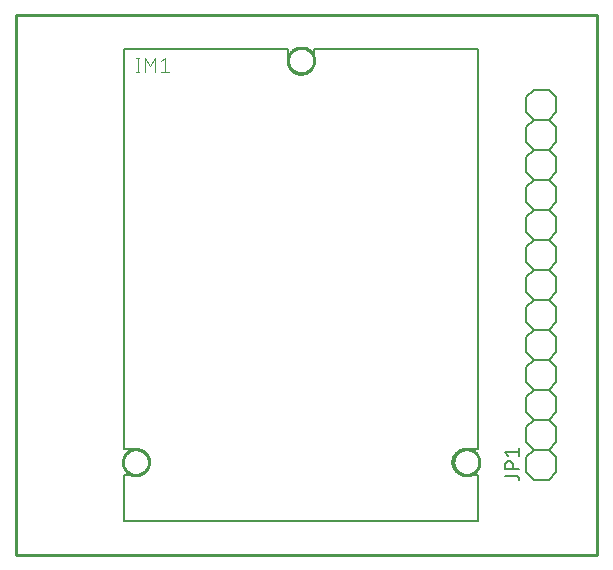
<source format=gbr>
G04 EAGLE Gerber RS-274X export*
G75*
%MOMM*%
%FSLAX34Y34*%
%LPD*%
%INSilkscreen Top*%
%IPPOS*%
%AMOC8*
5,1,8,0,0,1.08239X$1,22.5*%
G01*
%ADD10C,0.127000*%
%ADD11C,0.101600*%
%ADD12C,0.152400*%
%ADD13C,0.254000*%


D10*
X391300Y28600D02*
X91300Y28600D01*
X91300Y67600D01*
X391300Y67600D02*
X391300Y28600D01*
X391300Y89600D02*
X391300Y428600D01*
X252300Y428600D01*
X230300Y428600D02*
X91300Y428600D01*
X91300Y89600D01*
X102300Y89600D01*
X102300Y67600D02*
X91300Y67600D01*
X380300Y89600D02*
X391300Y89600D01*
X391300Y67600D02*
X380300Y67600D01*
X252300Y417600D02*
X252300Y428600D01*
X230300Y428600D02*
X230300Y417600D01*
X230303Y417332D01*
X230313Y417064D01*
X230329Y416797D01*
X230352Y416530D01*
X230381Y416264D01*
X230417Y415998D01*
X230459Y415734D01*
X230508Y415470D01*
X230563Y415208D01*
X230625Y414948D01*
X230692Y414688D01*
X230766Y414431D01*
X230847Y414175D01*
X230933Y413922D01*
X231026Y413670D01*
X231125Y413421D01*
X231229Y413175D01*
X231340Y412931D01*
X231457Y412690D01*
X231579Y412452D01*
X231707Y412216D01*
X231841Y411984D01*
X231981Y411756D01*
X232126Y411531D01*
X232277Y411309D01*
X232432Y411091D01*
X232594Y410877D01*
X232760Y410667D01*
X232931Y410461D01*
X233108Y410259D01*
X233289Y410062D01*
X233475Y409869D01*
X233665Y409681D01*
X233860Y409497D01*
X234060Y409319D01*
X234264Y409145D01*
X234472Y408976D01*
X234684Y408812D01*
X234900Y408654D01*
X235119Y408501D01*
X235343Y408353D01*
X235570Y408210D01*
X235800Y408074D01*
X236034Y407943D01*
X236270Y407817D01*
X236510Y407698D01*
X236753Y407584D01*
X236998Y407476D01*
X237246Y407374D01*
X237496Y407279D01*
X237748Y407189D01*
X238003Y407106D01*
X238259Y407029D01*
X238518Y406958D01*
X238778Y406893D01*
X239039Y406835D01*
X239302Y406783D01*
X239566Y406738D01*
X239831Y406699D01*
X240097Y406666D01*
X240364Y406640D01*
X240631Y406620D01*
X240898Y406607D01*
X241166Y406601D01*
X241434Y406601D01*
X241702Y406607D01*
X241969Y406620D01*
X242236Y406640D01*
X242503Y406666D01*
X242769Y406699D01*
X243034Y406738D01*
X243298Y406783D01*
X243561Y406835D01*
X243822Y406893D01*
X244082Y406958D01*
X244341Y407029D01*
X244597Y407106D01*
X244852Y407189D01*
X245104Y407279D01*
X245354Y407374D01*
X245602Y407476D01*
X245847Y407584D01*
X246090Y407698D01*
X246330Y407817D01*
X246566Y407943D01*
X246800Y408074D01*
X247030Y408210D01*
X247257Y408353D01*
X247481Y408501D01*
X247700Y408654D01*
X247916Y408812D01*
X248128Y408976D01*
X248336Y409145D01*
X248540Y409319D01*
X248740Y409497D01*
X248935Y409681D01*
X249125Y409869D01*
X249311Y410062D01*
X249492Y410259D01*
X249669Y410461D01*
X249840Y410667D01*
X250006Y410877D01*
X250168Y411091D01*
X250323Y411309D01*
X250474Y411531D01*
X250619Y411756D01*
X250759Y411984D01*
X250893Y412216D01*
X251021Y412452D01*
X251143Y412690D01*
X251260Y412931D01*
X251371Y413175D01*
X251475Y413421D01*
X251574Y413670D01*
X251667Y413922D01*
X251753Y414175D01*
X251834Y414431D01*
X251908Y414688D01*
X251975Y414948D01*
X252037Y415208D01*
X252092Y415470D01*
X252141Y415734D01*
X252183Y415998D01*
X252219Y416264D01*
X252248Y416530D01*
X252271Y416797D01*
X252287Y417064D01*
X252297Y417332D01*
X252300Y417600D01*
X380300Y89600D02*
X380032Y89597D01*
X379764Y89587D01*
X379497Y89571D01*
X379230Y89548D01*
X378964Y89519D01*
X378698Y89483D01*
X378434Y89441D01*
X378170Y89392D01*
X377908Y89337D01*
X377648Y89275D01*
X377388Y89208D01*
X377131Y89134D01*
X376875Y89053D01*
X376622Y88967D01*
X376370Y88874D01*
X376121Y88775D01*
X375875Y88671D01*
X375631Y88560D01*
X375390Y88443D01*
X375152Y88321D01*
X374916Y88193D01*
X374684Y88059D01*
X374456Y87919D01*
X374231Y87774D01*
X374009Y87623D01*
X373791Y87468D01*
X373577Y87306D01*
X373367Y87140D01*
X373161Y86969D01*
X372959Y86792D01*
X372762Y86611D01*
X372569Y86425D01*
X372381Y86235D01*
X372197Y86040D01*
X372019Y85840D01*
X371845Y85636D01*
X371676Y85428D01*
X371512Y85216D01*
X371354Y85000D01*
X371201Y84781D01*
X371053Y84557D01*
X370910Y84330D01*
X370774Y84100D01*
X370643Y83866D01*
X370517Y83630D01*
X370398Y83390D01*
X370284Y83147D01*
X370176Y82902D01*
X370074Y82654D01*
X369979Y82404D01*
X369889Y82152D01*
X369806Y81897D01*
X369729Y81641D01*
X369658Y81382D01*
X369593Y81122D01*
X369535Y80861D01*
X369483Y80598D01*
X369438Y80334D01*
X369399Y80069D01*
X369366Y79803D01*
X369340Y79536D01*
X369320Y79269D01*
X369307Y79002D01*
X369301Y78734D01*
X369301Y78466D01*
X369307Y78198D01*
X369320Y77931D01*
X369340Y77664D01*
X369366Y77397D01*
X369399Y77131D01*
X369438Y76866D01*
X369483Y76602D01*
X369535Y76339D01*
X369593Y76078D01*
X369658Y75818D01*
X369729Y75559D01*
X369806Y75303D01*
X369889Y75048D01*
X369979Y74796D01*
X370074Y74546D01*
X370176Y74298D01*
X370284Y74053D01*
X370398Y73810D01*
X370517Y73570D01*
X370643Y73334D01*
X370774Y73100D01*
X370910Y72870D01*
X371053Y72643D01*
X371201Y72419D01*
X371354Y72200D01*
X371512Y71984D01*
X371676Y71772D01*
X371845Y71564D01*
X372019Y71360D01*
X372197Y71160D01*
X372381Y70965D01*
X372569Y70775D01*
X372762Y70589D01*
X372959Y70408D01*
X373161Y70231D01*
X373367Y70060D01*
X373577Y69894D01*
X373791Y69732D01*
X374009Y69577D01*
X374231Y69426D01*
X374456Y69281D01*
X374684Y69141D01*
X374916Y69007D01*
X375152Y68879D01*
X375390Y68757D01*
X375631Y68640D01*
X375875Y68529D01*
X376121Y68425D01*
X376370Y68326D01*
X376622Y68233D01*
X376875Y68147D01*
X377131Y68066D01*
X377388Y67992D01*
X377648Y67925D01*
X377908Y67863D01*
X378170Y67808D01*
X378434Y67759D01*
X378698Y67717D01*
X378964Y67681D01*
X379230Y67652D01*
X379497Y67629D01*
X379764Y67613D01*
X380032Y67603D01*
X380300Y67600D01*
X102300Y67600D02*
X102568Y67603D01*
X102836Y67613D01*
X103103Y67629D01*
X103370Y67652D01*
X103636Y67681D01*
X103902Y67717D01*
X104166Y67759D01*
X104430Y67808D01*
X104692Y67863D01*
X104952Y67925D01*
X105212Y67992D01*
X105469Y68066D01*
X105725Y68147D01*
X105978Y68233D01*
X106230Y68326D01*
X106479Y68425D01*
X106725Y68529D01*
X106969Y68640D01*
X107210Y68757D01*
X107448Y68879D01*
X107684Y69007D01*
X107916Y69141D01*
X108144Y69281D01*
X108369Y69426D01*
X108591Y69577D01*
X108809Y69732D01*
X109023Y69894D01*
X109233Y70060D01*
X109439Y70231D01*
X109641Y70408D01*
X109838Y70589D01*
X110031Y70775D01*
X110219Y70965D01*
X110403Y71160D01*
X110581Y71360D01*
X110755Y71564D01*
X110924Y71772D01*
X111088Y71984D01*
X111246Y72200D01*
X111399Y72419D01*
X111547Y72643D01*
X111690Y72870D01*
X111826Y73100D01*
X111957Y73334D01*
X112083Y73570D01*
X112202Y73810D01*
X112316Y74053D01*
X112424Y74298D01*
X112526Y74546D01*
X112621Y74796D01*
X112711Y75048D01*
X112794Y75303D01*
X112871Y75559D01*
X112942Y75818D01*
X113007Y76078D01*
X113065Y76339D01*
X113117Y76602D01*
X113162Y76866D01*
X113201Y77131D01*
X113234Y77397D01*
X113260Y77664D01*
X113280Y77931D01*
X113293Y78198D01*
X113299Y78466D01*
X113299Y78734D01*
X113293Y79002D01*
X113280Y79269D01*
X113260Y79536D01*
X113234Y79803D01*
X113201Y80069D01*
X113162Y80334D01*
X113117Y80598D01*
X113065Y80861D01*
X113007Y81122D01*
X112942Y81382D01*
X112871Y81641D01*
X112794Y81897D01*
X112711Y82152D01*
X112621Y82404D01*
X112526Y82654D01*
X112424Y82902D01*
X112316Y83147D01*
X112202Y83390D01*
X112083Y83630D01*
X111957Y83866D01*
X111826Y84100D01*
X111690Y84330D01*
X111547Y84557D01*
X111399Y84781D01*
X111246Y85000D01*
X111088Y85216D01*
X110924Y85428D01*
X110755Y85636D01*
X110581Y85840D01*
X110403Y86040D01*
X110219Y86235D01*
X110031Y86425D01*
X109838Y86611D01*
X109641Y86792D01*
X109439Y86969D01*
X109233Y87140D01*
X109023Y87306D01*
X108809Y87468D01*
X108591Y87623D01*
X108369Y87774D01*
X108144Y87919D01*
X107916Y88059D01*
X107684Y88193D01*
X107448Y88321D01*
X107210Y88443D01*
X106969Y88560D01*
X106725Y88671D01*
X106479Y88775D01*
X106230Y88874D01*
X105978Y88967D01*
X105725Y89053D01*
X105469Y89134D01*
X105212Y89208D01*
X104952Y89275D01*
X104692Y89337D01*
X104430Y89392D01*
X104166Y89441D01*
X103902Y89483D01*
X103636Y89519D01*
X103370Y89548D01*
X103103Y89571D01*
X102836Y89587D01*
X102568Y89597D01*
X102300Y89600D01*
D11*
X103106Y409108D02*
X103106Y420792D01*
X101808Y409108D02*
X104404Y409108D01*
X104404Y420792D02*
X101808Y420792D01*
X109499Y420792D02*
X109499Y409108D01*
X113393Y414301D02*
X109499Y420792D01*
X113393Y414301D02*
X117288Y420792D01*
X117288Y409108D01*
X122721Y418196D02*
X125966Y420792D01*
X125966Y409108D01*
X122721Y409108D02*
X129212Y409108D01*
D12*
X431800Y349250D02*
X438150Y342900D01*
X431800Y349250D02*
X431800Y361950D01*
X438150Y368300D01*
X450850Y368300D01*
X457200Y361950D01*
X457200Y349250D01*
X450850Y342900D01*
X431800Y311150D02*
X431800Y298450D01*
X431800Y311150D02*
X438150Y317500D01*
X450850Y317500D01*
X457200Y311150D01*
X438150Y317500D02*
X431800Y323850D01*
X431800Y336550D01*
X438150Y342900D01*
X450850Y342900D01*
X457200Y336550D01*
X457200Y323850D01*
X450850Y317500D01*
X431800Y273050D02*
X438150Y266700D01*
X431800Y273050D02*
X431800Y285750D01*
X438150Y292100D01*
X450850Y292100D01*
X457200Y285750D01*
X457200Y273050D01*
X450850Y266700D01*
X438150Y292100D02*
X431800Y298450D01*
X450850Y292100D02*
X457200Y298450D01*
X457200Y311150D01*
X431800Y234950D02*
X431800Y222250D01*
X431800Y234950D02*
X438150Y241300D01*
X450850Y241300D01*
X457200Y234950D01*
X438150Y241300D02*
X431800Y247650D01*
X431800Y260350D01*
X438150Y266700D01*
X450850Y266700D01*
X457200Y260350D01*
X457200Y247650D01*
X450850Y241300D01*
X431800Y196850D02*
X438150Y190500D01*
X431800Y196850D02*
X431800Y209550D01*
X438150Y215900D01*
X450850Y215900D01*
X457200Y209550D01*
X457200Y196850D01*
X450850Y190500D01*
X438150Y215900D02*
X431800Y222250D01*
X450850Y215900D02*
X457200Y222250D01*
X457200Y234950D01*
X431800Y158750D02*
X431800Y146050D01*
X431800Y158750D02*
X438150Y165100D01*
X450850Y165100D01*
X457200Y158750D01*
X438150Y165100D02*
X431800Y171450D01*
X431800Y184150D01*
X438150Y190500D01*
X450850Y190500D01*
X457200Y184150D01*
X457200Y171450D01*
X450850Y165100D01*
X431800Y120650D02*
X438150Y114300D01*
X431800Y120650D02*
X431800Y133350D01*
X438150Y139700D01*
X450850Y139700D01*
X457200Y133350D01*
X457200Y120650D01*
X450850Y114300D01*
X438150Y139700D02*
X431800Y146050D01*
X450850Y139700D02*
X457200Y146050D01*
X457200Y158750D01*
X431800Y82550D02*
X431800Y69850D01*
X431800Y82550D02*
X438150Y88900D01*
X450850Y88900D01*
X457200Y82550D01*
X438150Y88900D02*
X431800Y95250D01*
X431800Y107950D01*
X438150Y114300D01*
X450850Y114300D01*
X457200Y107950D01*
X457200Y95250D01*
X450850Y88900D01*
X450850Y63500D02*
X438150Y63500D01*
X431800Y69850D01*
X450850Y63500D02*
X457200Y69850D01*
X457200Y82550D01*
X438150Y368300D02*
X431800Y374650D01*
X431800Y387350D01*
X438150Y393700D01*
X450850Y393700D01*
X457200Y387350D01*
X457200Y374650D01*
X450850Y368300D01*
D10*
X423037Y67183D02*
X414147Y67183D01*
X423037Y67183D02*
X423137Y67181D01*
X423236Y67175D01*
X423336Y67165D01*
X423434Y67152D01*
X423533Y67134D01*
X423630Y67113D01*
X423726Y67088D01*
X423822Y67059D01*
X423916Y67026D01*
X424009Y66990D01*
X424100Y66950D01*
X424190Y66906D01*
X424278Y66859D01*
X424364Y66809D01*
X424448Y66755D01*
X424530Y66698D01*
X424609Y66638D01*
X424687Y66574D01*
X424761Y66508D01*
X424833Y66439D01*
X424902Y66367D01*
X424968Y66293D01*
X425032Y66215D01*
X425092Y66136D01*
X425149Y66054D01*
X425203Y65970D01*
X425253Y65884D01*
X425300Y65796D01*
X425344Y65706D01*
X425384Y65615D01*
X425420Y65522D01*
X425453Y65428D01*
X425482Y65332D01*
X425507Y65236D01*
X425528Y65139D01*
X425546Y65040D01*
X425559Y64942D01*
X425569Y64842D01*
X425575Y64743D01*
X425577Y64643D01*
X425577Y63373D01*
X425577Y73163D02*
X414147Y73163D01*
X414147Y76338D01*
X414149Y76449D01*
X414155Y76559D01*
X414164Y76670D01*
X414178Y76780D01*
X414195Y76889D01*
X414216Y76998D01*
X414241Y77106D01*
X414270Y77213D01*
X414302Y77319D01*
X414338Y77424D01*
X414378Y77527D01*
X414421Y77629D01*
X414468Y77730D01*
X414519Y77829D01*
X414572Y77925D01*
X414629Y78020D01*
X414690Y78113D01*
X414753Y78204D01*
X414820Y78293D01*
X414890Y78379D01*
X414963Y78462D01*
X415038Y78544D01*
X415116Y78622D01*
X415198Y78697D01*
X415281Y78770D01*
X415367Y78840D01*
X415456Y78907D01*
X415547Y78970D01*
X415640Y79031D01*
X415735Y79088D01*
X415831Y79141D01*
X415930Y79192D01*
X416031Y79239D01*
X416133Y79282D01*
X416236Y79322D01*
X416341Y79358D01*
X416447Y79390D01*
X416554Y79419D01*
X416662Y79444D01*
X416771Y79465D01*
X416880Y79482D01*
X416990Y79496D01*
X417101Y79505D01*
X417211Y79511D01*
X417322Y79513D01*
X417433Y79511D01*
X417543Y79505D01*
X417654Y79496D01*
X417764Y79482D01*
X417873Y79465D01*
X417982Y79444D01*
X418090Y79419D01*
X418197Y79390D01*
X418303Y79358D01*
X418408Y79322D01*
X418511Y79282D01*
X418613Y79239D01*
X418714Y79192D01*
X418813Y79141D01*
X418910Y79088D01*
X419004Y79031D01*
X419097Y78970D01*
X419188Y78907D01*
X419277Y78840D01*
X419363Y78770D01*
X419446Y78697D01*
X419528Y78622D01*
X419606Y78544D01*
X419681Y78462D01*
X419754Y78379D01*
X419824Y78293D01*
X419891Y78204D01*
X419954Y78113D01*
X420015Y78020D01*
X420072Y77926D01*
X420125Y77829D01*
X420176Y77730D01*
X420223Y77629D01*
X420266Y77527D01*
X420306Y77424D01*
X420342Y77319D01*
X420374Y77213D01*
X420403Y77106D01*
X420428Y76998D01*
X420449Y76889D01*
X420466Y76780D01*
X420480Y76670D01*
X420489Y76559D01*
X420495Y76449D01*
X420497Y76338D01*
X420497Y73163D01*
X416687Y84022D02*
X414147Y87197D01*
X425577Y87197D01*
X425577Y84022D02*
X425577Y90372D01*
D13*
X0Y0D02*
X492000Y0D01*
X492000Y457100D01*
X100Y457200D01*
X0Y0D01*
X112300Y78168D02*
X112232Y77306D01*
X112097Y76452D01*
X111895Y75612D01*
X111628Y74790D01*
X111297Y73991D01*
X110905Y73221D01*
X110453Y72484D01*
X109945Y71785D01*
X109384Y71127D01*
X108773Y70516D01*
X108115Y69955D01*
X107416Y69447D01*
X106679Y68995D01*
X105909Y68603D01*
X105110Y68272D01*
X104288Y68005D01*
X103448Y67803D01*
X102594Y67668D01*
X101732Y67600D01*
X100868Y67600D01*
X100006Y67668D01*
X99152Y67803D01*
X98312Y68005D01*
X97490Y68272D01*
X96691Y68603D01*
X95921Y68995D01*
X95184Y69447D01*
X94485Y69955D01*
X93827Y70516D01*
X93216Y71127D01*
X92655Y71785D01*
X92147Y72484D01*
X91695Y73221D01*
X91303Y73991D01*
X90972Y74790D01*
X90705Y75612D01*
X90503Y76452D01*
X90368Y77306D01*
X90300Y78168D01*
X90300Y79032D01*
X90368Y79894D01*
X90503Y80748D01*
X90705Y81588D01*
X90972Y82410D01*
X91303Y83209D01*
X91695Y83979D01*
X92147Y84716D01*
X92655Y85415D01*
X93216Y86073D01*
X93827Y86684D01*
X94485Y87245D01*
X95184Y87753D01*
X95921Y88205D01*
X96691Y88597D01*
X97490Y88928D01*
X98312Y89195D01*
X99152Y89397D01*
X100006Y89532D01*
X100868Y89600D01*
X101732Y89600D01*
X102594Y89532D01*
X103448Y89397D01*
X104288Y89195D01*
X105110Y88928D01*
X105909Y88597D01*
X106679Y88205D01*
X107416Y87753D01*
X108115Y87245D01*
X108773Y86684D01*
X109384Y86073D01*
X109945Y85415D01*
X110453Y84716D01*
X110905Y83979D01*
X111297Y83209D01*
X111628Y82410D01*
X111895Y81588D01*
X112097Y80748D01*
X112232Y79894D01*
X112300Y79032D01*
X112300Y78168D01*
X392300Y78168D02*
X392232Y77306D01*
X392097Y76452D01*
X391895Y75612D01*
X391628Y74790D01*
X391297Y73991D01*
X390905Y73221D01*
X390453Y72484D01*
X389945Y71785D01*
X389384Y71127D01*
X388773Y70516D01*
X388115Y69955D01*
X387416Y69447D01*
X386679Y68995D01*
X385909Y68603D01*
X385110Y68272D01*
X384288Y68005D01*
X383448Y67803D01*
X382594Y67668D01*
X381732Y67600D01*
X380868Y67600D01*
X380006Y67668D01*
X379152Y67803D01*
X378312Y68005D01*
X377490Y68272D01*
X376691Y68603D01*
X375921Y68995D01*
X375184Y69447D01*
X374485Y69955D01*
X373827Y70516D01*
X373216Y71127D01*
X372655Y71785D01*
X372147Y72484D01*
X371695Y73221D01*
X371303Y73991D01*
X370972Y74790D01*
X370705Y75612D01*
X370503Y76452D01*
X370368Y77306D01*
X370300Y78168D01*
X370300Y79032D01*
X370368Y79894D01*
X370503Y80748D01*
X370705Y81588D01*
X370972Y82410D01*
X371303Y83209D01*
X371695Y83979D01*
X372147Y84716D01*
X372655Y85415D01*
X373216Y86073D01*
X373827Y86684D01*
X374485Y87245D01*
X375184Y87753D01*
X375921Y88205D01*
X376691Y88597D01*
X377490Y88928D01*
X378312Y89195D01*
X379152Y89397D01*
X380006Y89532D01*
X380868Y89600D01*
X381732Y89600D01*
X382594Y89532D01*
X383448Y89397D01*
X384288Y89195D01*
X385110Y88928D01*
X385909Y88597D01*
X386679Y88205D01*
X387416Y87753D01*
X388115Y87245D01*
X388773Y86684D01*
X389384Y86073D01*
X389945Y85415D01*
X390453Y84716D01*
X390905Y83979D01*
X391297Y83209D01*
X391628Y82410D01*
X391895Y81588D01*
X392097Y80748D01*
X392232Y79894D01*
X392300Y79032D01*
X392300Y78168D01*
X252300Y418168D02*
X252232Y417306D01*
X252097Y416452D01*
X251895Y415612D01*
X251628Y414790D01*
X251297Y413991D01*
X250905Y413221D01*
X250453Y412484D01*
X249945Y411785D01*
X249384Y411127D01*
X248773Y410516D01*
X248115Y409955D01*
X247416Y409447D01*
X246679Y408995D01*
X245909Y408603D01*
X245110Y408272D01*
X244288Y408005D01*
X243448Y407803D01*
X242594Y407668D01*
X241732Y407600D01*
X240868Y407600D01*
X240006Y407668D01*
X239152Y407803D01*
X238312Y408005D01*
X237490Y408272D01*
X236691Y408603D01*
X235921Y408995D01*
X235184Y409447D01*
X234485Y409955D01*
X233827Y410516D01*
X233216Y411127D01*
X232655Y411785D01*
X232147Y412484D01*
X231695Y413221D01*
X231303Y413991D01*
X230972Y414790D01*
X230705Y415612D01*
X230503Y416452D01*
X230368Y417306D01*
X230300Y418168D01*
X230300Y419032D01*
X230368Y419894D01*
X230503Y420748D01*
X230705Y421588D01*
X230972Y422410D01*
X231303Y423209D01*
X231695Y423979D01*
X232147Y424716D01*
X232655Y425415D01*
X233216Y426073D01*
X233827Y426684D01*
X234485Y427245D01*
X235184Y427753D01*
X235921Y428205D01*
X236691Y428597D01*
X237490Y428928D01*
X238312Y429195D01*
X239152Y429397D01*
X240006Y429532D01*
X240868Y429600D01*
X241732Y429600D01*
X242594Y429532D01*
X243448Y429397D01*
X244288Y429195D01*
X245110Y428928D01*
X245909Y428597D01*
X246679Y428205D01*
X247416Y427753D01*
X248115Y427245D01*
X248773Y426684D01*
X249384Y426073D01*
X249945Y425415D01*
X250453Y424716D01*
X250905Y423979D01*
X251297Y423209D01*
X251628Y422410D01*
X251895Y421588D01*
X252097Y420748D01*
X252232Y419894D01*
X252300Y419032D01*
X252300Y418168D01*
M02*

</source>
